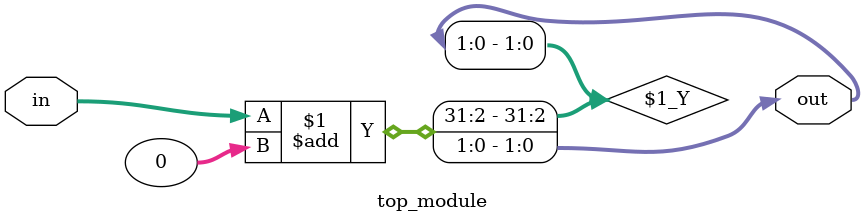
<source format=sv>
module top_module (
    input [2:0] in,
    output [1:0] out
);

    assign out = in[2:0] + 0;

endmodule

</source>
